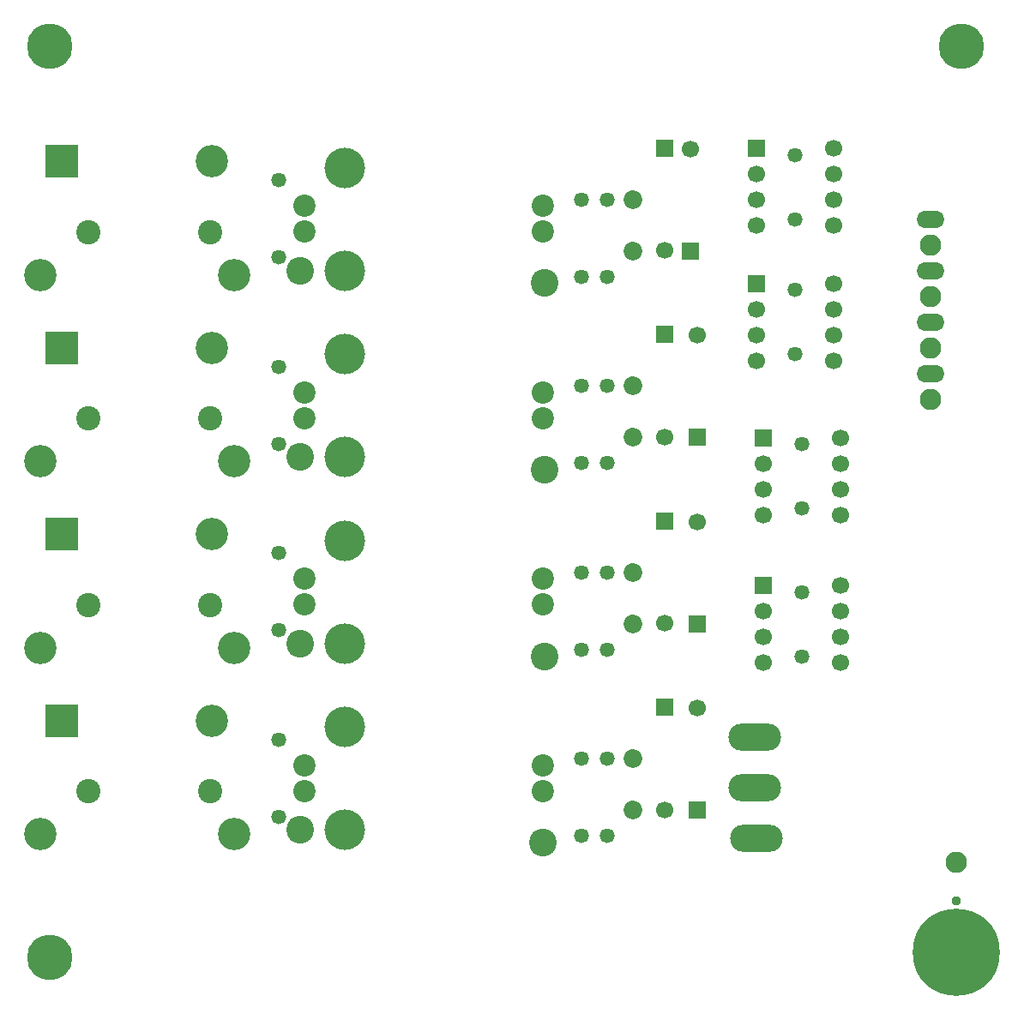
<source format=gbr>
G04 DipTrace 4.3.0.1*
G04 TopMask.gbr*
%MOMM*%
G04 #@! TF.FileFunction,Soldermask,Top*
G04 #@! TF.Part,Single*
%ADD30C,2.2*%
%ADD34C,4.5*%
%ADD35C,4.0*%
%ADD42C,2.74*%
%ADD44C,2.105*%
%ADD46O,5.2X2.7*%
%ADD48C,2.4*%
%ADD49C,0.95*%
%ADD51C,3.2*%
%ADD53R,3.2X3.2*%
%ADD55C,1.47*%
%ADD57C,1.47*%
%ADD60C,8.6*%
%ADD62C,1.7*%
%ADD64R,1.7X1.7*%
%ADD66C,1.85*%
%ADD68O,2.74X1.7*%
%FSLAX35Y35*%
G04*
G71*
G90*
G75*
G01*
G04 TopMask*
%LPD*%
D68*
X4191000Y2794000D3*
Y2286000D3*
Y1778000D3*
D66*
X1252000Y2481000D3*
Y2989000D3*
D64*
X1823500Y2481000D3*
D62*
Y3491000D3*
D64*
X1569500Y3497000D3*
D62*
Y2487000D3*
D60*
X4445000Y-4445000D3*
D34*
X4500000Y4500000D3*
X-4500000Y-4500000D3*
Y4500000D3*
D30*
X-1986500Y2925500D3*
Y2671500D3*
X363000Y2925500D3*
Y2671500D3*
D57*
X-2240500Y3179500D3*
D55*
Y2417500D3*
D57*
X744000Y2227000D3*
D55*
Y2989000D3*
D57*
X998000D3*
D55*
Y2227000D3*
D53*
X-4381500Y3365500D3*
D51*
X-2901500D3*
X-4591500Y2245500D3*
X-2681500D3*
D49*
X4445000Y-3937000D3*
D66*
X1252000Y639500D3*
Y1147500D3*
D64*
X1887000Y639500D3*
D62*
Y1649500D3*
D64*
X1569500Y1655500D3*
D62*
Y645500D3*
D30*
X-1986500Y1084000D3*
Y830000D3*
X363000Y1084000D3*
Y830000D3*
D57*
X-2240500Y1338000D3*
D55*
Y576000D3*
D57*
X744000Y385500D3*
D55*
Y1147500D3*
D57*
X998000D3*
D55*
Y385500D3*
D53*
X-4381500Y1524000D3*
D51*
X-2901500D3*
X-4591500Y404000D3*
X-2681500D3*
D66*
X1252000Y-1202000D3*
Y-694000D3*
D64*
X1887000Y-1202000D3*
D62*
Y-192000D3*
D64*
X1569500Y-186000D3*
D62*
Y-1196000D3*
D30*
X-1986500Y-757500D3*
Y-1011500D3*
X363000Y-757500D3*
Y-1011500D3*
D57*
X-2240500Y-503500D3*
D55*
Y-1265500D3*
D57*
X744000Y-1456000D3*
D55*
Y-694000D3*
D57*
X998000D3*
D55*
Y-1456000D3*
D53*
X-4381500Y-317500D3*
D51*
X-2901500D3*
X-4591500Y-1437500D3*
X-2681500D3*
D66*
X1252000Y-3043500D3*
Y-2535500D3*
D64*
X1887000Y-3043500D3*
D62*
Y-2033500D3*
D64*
X1569500Y-2027500D3*
D62*
Y-3037500D3*
D30*
X-1986500Y-2599000D3*
Y-2853000D3*
X363000Y-2599000D3*
Y-2853000D3*
D57*
X-2240500Y-2345000D3*
D55*
Y-3107000D3*
D57*
X744000Y-3297500D3*
D55*
Y-2535500D3*
D57*
X998000D3*
D55*
Y-3297500D3*
D53*
X-4381500Y-2159000D3*
D51*
X-2901500D3*
X-4591500Y-3279000D3*
X-2681500D3*
D68*
X4191000Y1270000D3*
D48*
X-2921000Y2667000D3*
X-4121000D3*
X-2921000Y825500D3*
X-4121000D3*
D46*
X2460627Y-2317750D3*
Y-2817750D3*
D48*
X-2921000Y-1016000D3*
X-4121000D3*
X-2921000Y-2857500D3*
X-4121000D3*
D44*
X4445000Y-3556000D3*
X4191000Y2540000D3*
Y2032000D3*
Y1524000D3*
Y1016000D3*
D64*
X2476500Y3492500D3*
D62*
Y3238500D3*
Y2984500D3*
Y2730500D3*
X3238500D3*
Y2984500D3*
Y3238500D3*
Y3492500D3*
D57*
X2857500Y3429000D3*
D55*
Y2794000D3*
D64*
X2476500Y2159000D3*
D62*
Y1905000D3*
Y1651000D3*
Y1397000D3*
X3238500D3*
Y1651000D3*
Y1905000D3*
Y2159000D3*
D57*
X2857500Y2095500D3*
D55*
Y1460500D3*
D64*
X2540000Y635000D3*
D62*
Y381000D3*
Y127000D3*
Y-127000D3*
X3302000D3*
Y127000D3*
Y381000D3*
Y635000D3*
D57*
X2921000Y571500D3*
D55*
Y-63500D3*
D64*
X2540000Y-825500D3*
D62*
Y-1079500D3*
Y-1333500D3*
Y-1587500D3*
X3302000D3*
Y-1333500D3*
Y-1079500D3*
Y-825500D3*
D57*
X2921000Y-889000D3*
D55*
Y-1524000D3*
D42*
X-2032000Y2286000D3*
X381000Y2163500D3*
X-2032000Y444500D3*
X381000Y322000D3*
X-2032000Y-1397000D3*
X381000Y-1523500D3*
X-2032000Y-3238500D3*
X363000Y-3361000D3*
D35*
X-1587500Y3302000D3*
Y2286000D3*
Y1460500D3*
Y444500D3*
Y-381000D3*
Y-1397000D3*
Y-2222500D3*
Y-3238500D3*
D46*
X2476500Y-3317877D3*
M02*

</source>
